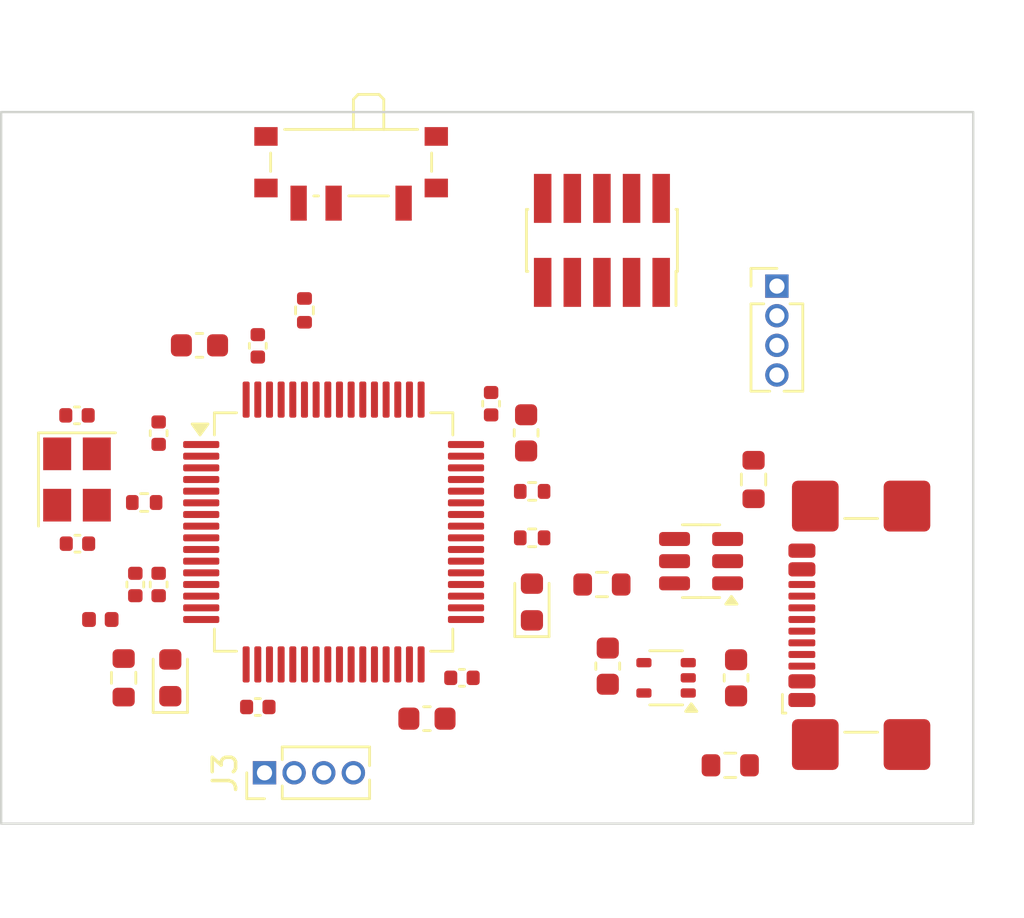
<source format=kicad_pcb>
(kicad_pcb (version 20240108) (generator "pcbnew") (generator_version "8.0")
  (layers (0 "F.Cu" signal) (1 "In1.Cu" signal) (2 "In2.Cu" signal) (31 "B.Cu" signal) (34 "B.Paste" user) (35 "F.Paste" user) (36 "B.SilkS" user "B.Silkscreen") (37 "F.SilkS" user "F.Silkscreen") (38 "B.Mask" user) (39 "F.Mask" user) (44 "Edge.Cuts" user))
  (net 0 "")
  (net 1 "GND")
  (net 2 "Net-(U1-VCAP_2)")
  (net 3 "Net-(U1-VCAP_1)")
  (net 4 "+3.3V")
  (net 5 "+3.3VA")
  (net 6 "HSE_IN")
  (net 7 "+5V")
  (net 8 "STATUS_LED")
  (net 9 "Net-(D1-K)")
  (net 10 "Net-(D2-A)")
  (net 11 "SWCLOCK")
  (net 12 "NSRT")
  (net 13 "SWO")
  (net 15 "SWDI")
  (net 17 "I2C_SCL")
  (net 18 "I2C_SDA")
  (net 19 "UART_TX")
  (net 20 "UART_RX")
  (net 22 "Net-(J4-D+-PadA6)")
  (net 23 "Net-(J4-D--PadA7)")
  (net 24 "cc2")
  (net 25 "cc1")
  (net 27 "Net-(SW1-B)")
  (net 28 "BOOTO")
  (net 29 "HSE_OUT")
  (net 36 "USB_D-")
  (net 42 "USB_D+")
  (net 72 "Net-(C10-Pad1)")
  (footprint "Resistor_SMD:R_0402_1005Metric" (layer "F.Cu") (at 137.25 67 -90)
    (property "Reference" "R1")
    (property "Value" "10k")
    (fp_line (start -0.153641 0.38) (end 0.153641 0.38) (stroke (width 0.12)) (layer "F.SilkS"))
    (fp_line (start -0.153641 -0.38) (end 0.153641 -0.38) (stroke (width 0.12)) (layer "F.SilkS"))
    (pad "1" smd roundrect (at -0.51 0 270) (size 0.54 0.64) (layers "F.Cu" "F.Paste" "F.Mask") (net 27 "Net-(SW1-B)"))
    (pad "2" smd roundrect (at 0.51 0 270) (size 0.54 0.64) (layers "F.Cu" "F.Paste" "F.Mask") (net 28 "BOOTO"))
  )
  (footprint "LED_SMD:LED_0603_1608Metric" (layer "F.Cu") (at 147 79.5 90)
    (property "Reference" "D2")
    (property "Value" "LED_Bleu_Power")
    (fp_line (start 0.8 -0.735) (end -1.485 -0.735) (stroke (width 0.12)) (layer "F.SilkS"))
    (fp_line (start -1.485 -0.735) (end -1.485 0.735) (stroke (width 0.12)) (layer "F.SilkS"))
    (fp_line (start -1.485 0.735) (end 0.8 0.735) (stroke (width 0.12)) (layer "F.SilkS"))
    (pad "1" smd roundrect (at -0.7875 0 90) (size 0.875 0.95) (layers "F.Cu" "F.Paste" "F.Mask") (net 1 "GND"))
    (pad "2" smd roundrect (at 0.7875 0 90) (size 0.875 0.95) (layers "F.Cu" "F.Paste" "F.Mask") (net 10 "Net-(D2-A)"))
  )
  (footprint "Capacitor_SMD:C_0603_1608Metric" (layer "F.Cu") (at 146.75 72.25 90)
    (property "Reference" "C1")
    (property "Value" "2u2")
    (fp_line (start -0.14058 -0.51) (end 0.14058 -0.51) (stroke (width 0.12)) (layer "F.SilkS"))
    (fp_line (start -0.14058 0.51) (end 0.14058 0.51) (stroke (width 0.12)) (layer "F.SilkS"))
    (pad "1" smd roundrect (at -0.775 0 90) (size 0.9 0.95) (layers "F.Cu" "F.Paste" "F.Mask") (net 2 "Net-(U1-VCAP_2)"))
    (pad "2" smd roundrect (at 0.775 0 90) (size 0.9 0.95) (layers "F.Cu" "F.Paste" "F.Mask") (net 1 "GND"))
  )
  (footprint "Crystal:Crystal_SMD_3225-4Pin_3.2x2.5mm" (layer "F.Cu") (at 127.5 74.25 -90)
    (property "Reference" "Y1")
    (property "Value" "16MH")
    (fp_line (start -2 1.65) (end 2 1.65) (stroke (width 0.12)) (layer "F.SilkS"))
    (fp_line (start -2 -1.65) (end -2 1.65) (stroke (width 0.12)) (layer "F.SilkS"))
    (pad "1" smd rect (at -1.1 0.85 270) (size 1.4 1.2) (layers "F.Cu" "F.Paste" "F.Mask") (net 6 "HSE_IN"))
    (pad "2" smd rect (at 1.1 0.85 270) (size 1.4 1.2) (layers "F.Cu" "F.Paste" "F.Mask") (net 1 "GND"))
    (pad "3" smd rect (at 1.1 -0.85 270) (size 1.4 1.2) (layers "F.Cu" "F.Paste" "F.Mask") (net 72 "Net-(C10-Pad1)"))
    (pad "4" smd rect (at -1.1 -0.85 270) (size 1.4 1.2) (layers "F.Cu" "F.Paste" "F.Mask") (net 1 "GND"))
  )
  (footprint "Resistor_SMD:R_0603_1608Metric" (layer "F.Cu") (at 129.5 82.75 90)
    (property "Reference" "R3")
    (property "Value" "1k5")
    (fp_line (start -0.237258 -0.5225) (end 0.237258 -0.5225) (stroke (width 0.12)) (layer "F.SilkS"))
    (fp_line (start -0.237258 0.5225) (end 0.237258 0.5225) (stroke (width 0.12)) (layer "F.SilkS"))
    (pad "1" smd roundrect (at -0.825 0 90) (size 0.8 0.95) (layers "F.Cu" "F.Paste" "F.Mask") (net 9 "Net-(D1-K)"))
    (pad "2" smd roundrect (at 0.825 0 90) (size 0.8 0.95) (layers "F.Cu" "F.Paste" "F.Mask") (net 1 "GND"))
  )
  (footprint "Capacitor_SMD:C_0402_1005Metric" (layer "F.Cu") (at 144 82.75)
    (property "Reference" "C6")
    (property "Value" "100n")
    (fp_line (start -0.107836 -0.36) (end 0.107836 -0.36) (stroke (width 0.12)) (layer "F.SilkS"))
    (fp_line (start -0.107836 0.36) (end 0.107836 0.36) (stroke (width 0.12)) (layer "F.SilkS"))
    (pad "1" smd roundrect (at -0.48 0) (size 0.56 0.62) (layers "F.Cu" "F.Paste" "F.Mask") (net 4 "+3.3V"))
    (pad "2" smd roundrect (at 0.48 0) (size 0.56 0.62) (layers "F.Cu" "F.Paste" "F.Mask") (net 1 "GND"))
  )
  (footprint "Resistor_SMD:R_0402_1005Metric" (layer "F.Cu") (at 147.01 76.75 180)
    (property "Reference" "R9")
    (property "Value" "2k2")
    (fp_line (start -0.153641 0.38) (end 0.153641 0.38) (stroke (width 0.12)) (layer "F.SilkS"))
    (fp_line (start -0.153641 -0.38) (end 0.153641 -0.38) (stroke (width 0.12)) (layer "F.SilkS"))
    (pad "1" smd roundrect (at -0.51 0 180) (size 0.54 0.64) (layers "F.Cu" "F.Paste" "F.Mask") (net 4 "+3.3V"))
    (pad "2" smd roundrect (at 0.51 0 180) (size 0.54 0.64) (layers "F.Cu" "F.Paste" "F.Mask") (net 17 "I2C_SCL"))
  )
  (footprint "Connector_USB:USB_C_Receptacle_GCT_USB4110" (layer "F.Cu") (at 162.25 80.5 90)
    (property "Reference" "J4")
    (property "Value" "USB_C_Receptacle_USB2.0_16P")
    (fp_line (start -2.96 -4.515) (end -3.76 -4.515) (stroke (width 0.12)) (layer "F.SilkS"))
    (fp_line (start -3.76 -4.515) (end -3.76 -4.365) (stroke (width 0.12)) (layer "F.SilkS"))
    (fp_line (start 4.58 -0.435) (end 4.58 -1.845) (stroke (width 0.12)) (layer "F.SilkS"))
    (fp_line (start -4.58 -0.435) (end -4.58 -1.845) (stroke (width 0.12)) (layer "F.SilkS"))
    (pad "" np_thru_hole circle (at -2.89 -2.605 90) (size 0.65 0.65) (drill 0.65) (layers "F&B.Cu" "*.Mask"))
    (pad "" np_thru_hole circle (at 2.89 -2.605 90) (size 0.65 0.65) (drill 0.65) (layers "F&B.Cu" "*.Mask"))
    (pad "A1" smd roundrect (at -3.2 -3.68 90) (size 0.6 1.15) (layers "F.Cu" "F.Paste" "F.Mask") (net 1 "GND"))
    (pad "A4" smd roundrect (at -2.4 -3.68 90) (size 0.6 1.15) (layers "F.Cu" "F.Paste" "F.Mask") (net 7 "+5V"))
    (pad "A5" smd roundrect (at -1.25 -3.68 90) (size 0.3 1.15) (layers "F.Cu" "F.Paste" "F.Mask") (net 25 "cc1"))
    (pad "A6" smd roundrect (at -0.25 -3.68 90) (size 0.3 1.15) (layers "F.Cu" "F.Paste" "F.Mask") (net 22 "Net-(J4-D+-PadA6)"))
    (pad "A7" smd roundrect (at 0.25 -3.68 90) (size 0.3 1.15) (layers "F.Cu" "F.Paste" "F.Mask") (net 23 "Net-(J4-D--PadA7)"))
    (pad "A8" smd roundrect (at 1.25 -3.68 90) (size 0.3 1.15) (layers "F.Cu" "F.Paste" "F.Mask"))
    (pad "A9" smd roundrect (at 2.4 -3.68 90) (size 0.6 1.15) (layers "F.Cu" "F.Paste" "F.Mask") (net 7 "+5V"))
    (pad "A12" smd roundrect (at 3.2 -3.68 90) (size 0.6 1.15) (layers "F.Cu" "F.Paste" "F.Mask") (net 1 "GND"))
    (pad "B1" smd roundrect (at 3.2 -3.68 90) (size 0.6 1.15) (layers "F.Cu" "F.Paste" "F.Mask") (net 1 "GND"))
    (pad "B4" smd roundrect (at 2.4 -3.68 90) (size 0.6 1.15) (layers "F.Cu" "F.Paste" "F.Mask") (net 7 "+5V"))
    (pad "B5" smd roundrect (at 1.75 -3.68 90) (size 0.3 1.15) (layers "F.Cu" "F.Paste" "F.Mask") (net 24 "cc2"))
    (pad "B6" smd roundrect (at 0.75 -3.68 90) (size 0.3 1.15) (layers "F.Cu" "F.Paste" "F.Mask") (net 22 "Net-(J4-D+-PadA6)"))
    (pad "B7" smd roundrect (at -0.75 -3.68 90) (size 0.3 1.15) (layers "F.Cu" "F.Paste" "F.Mask") (net 23 "Net-(J4-D--PadA7)"))
    (pad "B8" smd roundrect (at -1.75 -3.68 90) (size 0.3 1.15) (layers "F.Cu" "F.Paste" "F.Mask"))
    (pad "B9" smd roundrect (at -2.4 -3.68 90) (size 0.6 1.15) (layers "F.Cu" "F.Paste" "F.Mask") (net 7 "+5V"))
    (pad "B12" smd roundrect (at -3.2 -3.68 90) (size 0.6 1.15) (layers "F.Cu" "F.Paste" "F.Mask") (net 1 "GND"))
    (pad "S1" smd roundrect (at -5.11 -3.105 90) (size 2.18 2) (layers "F.Cu" "F.Paste" "F.Mask") (roundrect_rratio 0.125) (net 1 "GND"))
    (pad "S1" smd roundrect (at -5.11 0.825 90) (size 2.18 2) (layers "F.Cu" "F.Paste" "F.Mask") (roundrect_rratio 0.125) (net 1 "GND"))
    (pad "S1" smd roundrect (at 5.11 -3.105 90) (size 2.18 2) (layers "F.Cu" "F.Paste" "F.Mask") (roundrect_rratio 0.125) (net 1 "GND"))
    (pad "S1" smd roundrect (at 5.11 0.825 90) (size 2.18 2) (layers "F.Cu" "F.Paste" "F.Mask") (roundrect_rratio 0.125) (net 1 "GND"))
  )
  (footprint "Capacitor_SMD:C_0402_1005Metric" (layer "F.Cu") (at 135.25 68.52 -90)
    (property "Reference" "C14")
    (property "Value" "100n")
    (fp_line (start -0.107836 0.36) (end 0.107836 0.36) (stroke (width 0.12)) (layer "F.SilkS"))
    (fp_line (start -0.107836 -0.36) (end 0.107836 -0.36) (stroke (width 0.12)) (layer "F.SilkS"))
    (pad "1" smd roundrect (at -0.48 0 270) (size 0.56 0.62) (layers "F.Cu" "F.Paste" "F.Mask") (net 4 "+3.3V"))
    (pad "2" smd roundrect (at 0.48 0 270) (size 0.56 0.62) (layers "F.Cu" "F.Paste" "F.Mask") (net 1 "GND"))
  )
  (footprint "Capacitor_SMD:C_0603_1608Metric" (layer "F.Cu") (at 142.5 84.5)
    (property "Reference" "C2")
    (property "Value" "2u2")
    (fp_line (start -0.14058 -0.51) (end 0.14058 -0.51) (stroke (width 0.12)) (layer "F.SilkS"))
    (fp_line (start -0.14058 0.51) (end 0.14058 0.51) (stroke (width 0.12)) (layer "F.SilkS"))
    (pad "1" smd roundrect (at -0.775 0) (size 0.9 0.95) (layers "F.Cu" "F.Paste" "F.Mask") (net 3 "Net-(U1-VCAP_1)"))
    (pad "2" smd roundrect (at 0.775 0) (size 0.9 0.95) (layers "F.Cu" "F.Paste" "F.Mask") (net 1 "GND"))
  )
  (footprint "Connector_PinSocket_1.27mm:PinSocket_2x05_P1.27mm_Vertical_SMD" (layer "F.Cu") (at 150 64 -90)
    (property "Reference" "J1")
    (property "Value" "Serial_Debug_Conn")
    (fp_line (start -1.33 3.235) (end 1.33 3.235) (stroke (width 0.12)) (layer "F.SilkS"))
    (fp_line (start -1.33 3.175) (end -1.33 3.235) (stroke (width 0.12)) (layer "F.SilkS"))
    (fp_line (start 1.33 3.175) (end 1.33 3.235) (stroke (width 0.12)) (layer "F.SilkS"))
    (fp_line (start 1.33 -3.175) (end 2.79 -3.175) (stroke (width 0.12)) (layer "F.SilkS"))
    (fp_line (start -1.33 -3.235) (end -1.33 -3.175) (stroke (width 0.12)) (layer "F.SilkS"))
    (fp_line (start -1.33 -3.235) (end 1.33 -3.235) (stroke (width 0.12)) (layer "F.SilkS"))
    (fp_line (start 1.33 -3.235) (end 1.33 -3.175) (stroke (width 0.12)) (layer "F.SilkS"))
    (pad "1" smd rect (at 1.8 -2.54 270) (size 2.1 0.75) (layers "F.Cu" "F.Paste" "F.Mask") (net 4 "+3.3V"))
    (pad "2" smd rect (at -1.8 -2.54 270) (size 2.1 0.75) (layers "F.Cu" "F.Paste" "F.Mask") (net 15 "SWDI"))
    (pad "3" smd rect (at 1.8 -1.27 270) (size 2.1 0.75) (layers "F.Cu" "F.Paste" "F.Mask") (net 1 "GND"))
    (pad "4" smd rect (at -1.8 -1.27 270) (size 2.1 0.75) (layers "F.Cu" "F.Paste" "F.Mask") (net 11 "SWCLOCK"))
    (pad "5" smd rect (at 1.8 0 270) (size 2.1 0.75) (layers "F.Cu" "F.Paste" "F.Mask") (net 1 "GND"))
    (pad "6" smd rect (at -1.8 0 270) (size 2.1 0.75) (layers "F.Cu" "F.Paste" "F.Mask") (net 13 "SWO"))
    (pad "7" smd rect (at 1.8 1.27 270) (size 2.1 0.75) (layers "F.Cu" "F.Paste" "F.Mask"))
    (pad "8" smd rect (at -1.8 1.27 270) (size 2.1 0.75) (layers "F.Cu" "F.Paste" "F.Mask"))
    (pad "9" smd rect (at 1.8 2.54 270) (size 2.1 0.75) (layers "F.Cu" "F.Paste" "F.Mask") (net 1 "GND"))
    (pad "10" smd rect (at -1.8 2.54 270) (size 2.1 0.75) (layers "F.Cu" "F.Paste" "F.Mask") (net 12 "NSRT"))
  )
  (footprint "Connector_PinHeader_1.27mm:PinHeader_1x04_P1.27mm_Vertical" (layer "F.Cu") (at 157.5 65.96)
    (property "Reference" "J2")
    (property "Value" "Conn_01x04_Pin")
    (fp_line (start -1.11 -0.76) (end 0 -0.76) (stroke (width 0.12)) (layer "F.SilkS"))
    (fp_line (start -1.11 0) (end -1.11 -0.76) (stroke (width 0.12)) (layer "F.SilkS"))
    (fp_line (start -1.11 0.76) (end -1.11 4.505) (stroke (width 0.12)) (layer "F.SilkS"))
    (fp_line (start -1.11 0.76) (end -0.563471 0.76) (stroke (width 0.12)) (layer "F.SilkS"))
    (fp_line (start -1.11 4.505) (end -0.30753 4.505) (stroke (width 0.12)) (layer "F.SilkS"))
    (fp_line (start 0.30753 4.505) (end 1.11 4.505) (stroke (width 0.12)) (layer "F.SilkS"))
    (fp_line (start 0.563471 0.76) (end 1.11 0.76) (stroke (width 0.12)) (layer "F.SilkS"))
    (fp_line (start 1.11 0.76) (end 1.11 4.505) (stroke (width 0.12)) (layer "F.SilkS"))
    (pad "1" thru_hole rect (at 0 0) (size 1 1) (drill 0.65) (layers "*.Cu" "*.Mask") (net 1 "GND"))
    (pad "2" thru_hole oval (at 0 1.27) (size 1 1) (drill 0.65) (layers "*.Cu" "*.Mask") (net 18 "I2C_SDA"))
    (pad "3" thru_hole oval (at 0 2.54) (size 1 1) (drill 0.65) (layers "*.Cu" "*.Mask") (net 17 "I2C_SCL"))
    (pad "4" thru_hole oval (at 0 3.81) (size 1 1) (drill 0.65) (layers "*.Cu" "*.Mask") (net 4 "+3.3V"))
  )
  (footprint "Connector_PinHeader_1.27mm:PinHeader_1x04_P1.27mm_Vertical" (layer "F.Cu") (at 135.537456 86.820457 90)
    (property "Reference" "J3" (at 0 -1.695 90) (layer "F.SilkS"))
    (property "Value" "Conn_01x04_Pin")
    (fp_line (start -1.11 -0.76) (end 0 -0.76) (stroke (width 0.12)) (layer "F.SilkS"))
    (fp_line (start -1.11 0) (end -1.11 -0.76) (stroke (width 0.12)) (layer "F.SilkS"))
    (fp_line (start 1.11 0.76) (end 1.11 4.505) (stroke (width 0.12)) (layer "F.SilkS"))
    (fp_line (start 0.563471 0.76) (end 1.11 0.76) (stroke (width 0.12)) (layer "F.SilkS"))
    (fp_line (start -1.11 0.76) (end -0.563471 0.76) (stroke (width 0.12)) (layer "F.SilkS"))
    (fp_line (start -1.11 0.76) (end -1.11 4.505) (stroke (width 0.12)) (layer "F.SilkS"))
    (fp_line (start 0.30753 4.505) (end 1.11 4.505) (stroke (width 0.12)) (layer "F.SilkS"))
    (fp_line (start -1.11 4.505) (end -0.30753 4.505) (stroke (width 0.12)) (layer "F.SilkS"))
    (pad "1" thru_hole rect (at 0 0 90) (size 1 1) (drill 0.65) (layers "*.Cu" "*.Mask") (net 1 "GND"))
    (pad "2" thru_hole oval (at 0 1.27 90) (size 1 1) (drill 0.65) (layers "*.Cu" "*.Mask") (net 19 "UART_TX"))
    (pad "3" thru_hole oval (at 0 2.54 90) (size 1 1) (drill 0.65) (layers "*.Cu" "*.Mask") (net 20 "UART_RX"))
    (pad "4" thru_hole oval (at 0 3.81 90) (size 1 1) (drill 0.65) (layers "*.Cu" "*.Mask") (net 4 "+3.3V"))
  )
  (footprint "Capacitor_SMD:C_0402_1005Metric" (layer "F.Cu") (at 131 78.75 90)
    (property "Reference" "C9")
    (property "Value" "10n")
    (fp_line (start -0.107836 -0.36) (end 0.107836 -0.36) (stroke (width 0.12)) (layer "F.SilkS"))
    (fp_line (start -0.107836 0.36) (end 0.107836 0.36) (stroke (width 0.12)) (layer "F.SilkS"))
    (pad "1" smd roundrect (at -0.48 0 90) (size 0.56 0.62) (layers "F.Cu" "F.Paste" "F.Mask") (net 5 "+3.3VA"))
    (pad "2" smd roundrect (at 0.48 0 90) (size 0.56 0.62) (layers "F.Cu" "F.Paste" "F.Mask") (net 1 "GND"))
  )
  (footprint "Capacitor_SMD:C_0402_1005Metric" (layer "F.Cu") (at 145.25 71 90)
    (property "Reference" "C7")
    (property "Value" "100n")
    (fp_line (start -0.107836 -0.36) (end 0.107836 -0.36) (stroke (width 0.12)) (layer "F.SilkS"))
    (fp_line (start -0.107836 0.36) (end 0.107836 0.36) (stroke (width 0.12)) (layer "F.SilkS"))
    (pad "1" smd roundrect (at -0.48 0 90) (size 0.56 0.62) (layers "F.Cu" "F.Paste" "F.Mask") (net 4 "+3.3V"))
    (pad "2" smd roundrect (at 0.48 0 90) (size 0.56 0.62) (layers "F.Cu" "F.Paste" "F.Mask") (net 1 "GND"))
  )
  (footprint "Package_QFP:LQFP-64_10x10mm_P0.5mm" (layer "F.Cu") (at 138.5 76.5)
    (property "Reference" "U1")
    (property "Value" "STM32F405RGT6")
    (fp_line (start -5.11 -5.11) (end -5.11 -4.16) (stroke (width 0.12)) (layer "F.SilkS"))
    (fp_line (start -5.11 5.11) (end -5.11 4.16) (stroke (width 0.12)) (layer "F.SilkS"))
    (fp_line (start -4.16 -5.11) (end -5.11 -5.11) (stroke (width 0.12)) (layer "F.SilkS"))
    (fp_line (start -4.16 5.11) (end -5.11 5.11) (stroke (width 0.12)) (layer "F.SilkS"))
    (fp_line (start 4.16 -5.11) (end 5.11 -5.11) (stroke (width 0.12)) (layer "F.SilkS"))
    (fp_line (start 4.16 5.11) (end 5.11 5.11) (stroke (width 0.12)) (layer "F.SilkS"))
    (fp_line (start 5.11 -5.11) (end 5.11 -4.16) (stroke (width 0.12)) (layer "F.SilkS"))
    (fp_line (start 5.11 5.11) (end 5.11 4.16) (stroke (width 0.12)) (layer "F.SilkS"))
    (fp_poly (pts (xy -5.725 -4.16) (xy -6.065 -4.63) (xy -5.385 -4.63) (xy -5.725 -4.16)) (stroke (width 0.12)) (fill solid) (layer "F.SilkS"))
    (pad "1" smd roundrect (at -5.675 -3.75) (size 1.55 0.3) (layers "F.Cu" "F.Paste" "F.Mask") (net 4 "+3.3V"))
    (pad "2" smd roundrect (at -5.675 -3.25) (size 1.55 0.3) (layers "F.Cu" "F.Paste" "F.Mask"))
    (pad "3" smd roundrect (at -5.675 -2.75) (size 1.55 0.3) (layers "F.Cu" "F.Paste" "F.Mask"))
    (pad "4" smd roundrect (at -5.675 -2.25) (size 1.55 0.3) (layers "F.Cu" "F.Paste" "F.Mask"))
    (pad "5" smd roundrect (at -5.675 -1.75) (size 1.55 0.3) (layers "F.Cu" "F.Paste" "F.Mask") (net 6 "HSE_IN"))
    (pad "6" smd roundrect (at -5.675 -1.25) (size 1.55 0.3) (layers "F.Cu" "F.Paste" "F.Mask") (net 29 "HSE_OUT"))
    (pad "7" smd roundrect (at -5.675 -0.75) (size 1.55 0.3) (layers "F.Cu" "F.Paste" "F.Mask") (net 12 "NSRT"))
    (pad "8" smd roundrect (at -5.675 -0.25) (size 1.55 0.3) (layers "F.Cu" "F.Paste" "F.Mask"))
    (pad "9" smd roundrect (at -5.675 0.25) (size 1.55 0.3) (layers "F.Cu" "F.Paste" "F.Mask"))
    (pad "10" smd roundrect (at -5.675 0.75) (size 1.55 0.3) (layers "F.Cu" "F.Paste" "F.Mask"))
    (pad "11" smd roundrect (at -5.675 1.25) (size 1.55 0.3) (layers "F.Cu" "F.Paste" "F.Mask"))
    (pad "12" smd roundrect (at -5.675 1.75) (size 1.55 0.3) (layers "F.Cu" "F.Paste" "F.Mask") (net 1 "GND"))
    (pad "13" smd roundrect (at -5.675 2.25) (size 1.55 0.3) (layers "F.Cu" "F.Paste" "F.Mask") (net 5 "+3.3VA"))
    (pad "14" smd roundrect (at -5.675 2.75) (size 1.55 0.3) (layers "F.Cu" "F.Paste" "F.Mask"))
    (pad "15" smd roundrect (at -5.675 3.25) (size 1.55 0.3) (layers "F.Cu" "F.Paste" "F.Mask"))
    (pad "16" smd roundrect (at -5.675 3.75) (size 1.55 0.3) (layers "F.Cu" "F.Paste" "F.Mask") (net 8 "STATUS_LED"))
    (pad "17" smd roundrect (at -3.75 5.675) (size 0.3 1.55) (layers "F.Cu" "F.Paste" "F.Mask"))
    (pad "18" smd roundrect (at -3.25 5.675) (size 0.3 1.55) (layers "F.Cu" "F.Paste" "F.Mask") (net 1 "GND"))
    (pad "19" smd roundrect (at -2.75 5.675) (size 0.3 1.55) (layers "F.Cu" "F.Paste" "F.Mask") (net 4 "+3.3V"))
    (pad "20" smd roundrect (at -2.25 5.675) (size 0.3 1.55) (layers "F.Cu" "F.Paste" "F.Mask"))
    (pad "21" smd roundrect (at -1.75 5.675) (size 0.3 1.55) (layers "F.Cu" "F.Paste" "F.Mask"))
    (pad "22" smd roundrect (at -1.25 5.675) (size 0.3 1.55) (layers "F.Cu" "F.Paste" "F.Mask"))
    (pad "23" smd roundrect (at -0.75 5.675) (size 0.3 1.55) (layers "F.Cu" "F.Paste" "F.Mask"))
    (pad "24" smd roundrect (at -0.25 5.675) (size 0.3 1.55) (layers "F.Cu" "F.Paste" "F.Mask"))
    (pad "25" smd roundrect (at 0.25 5.675) (size 0.3 1.55) (layers "F.Cu" "F.Paste" "F.Mask"))
    (pad "26" smd roundrect (at 0.75 5.675) (size 0.3 1.55) (layers "F.Cu" "F.Paste" "F.Mask"))
    (pad "27" smd roundrect (at 1.25 5.675) (size 0.3 1.55) (layers "F.Cu" "F.Paste" "F.Mask"))
    (pad "28" smd roundrect (at 1.75 5.675) (size 0.3 1.55) (layers "F.Cu" "F.Paste" "F.Mask"))
    (pad "29" smd roundrect (at 2.25 5.675) (size 0.3 1.55) (layers "F.Cu" "F.Paste" "F.Mask") (net 19 "UART_TX"))
    (pad "30" smd roundrect (at 2.75 5.675) (size 0.3 1.55) (layers "F.Cu" "F.Paste" "F.Mask") (net 20 "UART_RX"))
    (pad "31" smd roundrect (at 3.25 5.675) (size 0.3 1.55) (layers "F.Cu" "F.Paste" "F.Mask") (net 3 "Net-(U1-VCAP_1)"))
    (pad "32" smd roundrect (at 3.75 5.675) (size 0.3 1.55) (layers "F.Cu" "F.Paste" "F.Mask") (net 4 "+3.3V"))
    (pad "33" smd roundrect (at 5.675 3.75) (size 1.55 0.3) (layers "F.Cu" "F.Paste" "F.Mask"))
    (pad "34" smd roundrect (at 5.675 3.25) (size 1.55 0.3) (layers "F.Cu" "F.Paste" "F.Mask"))
    (pad "35" smd roundrect (at 5.675 2.75) (size 1.55 0.3) (layers "F.Cu" "F.Paste" "F.Mask"))
    (pad "36" smd roundrect (at 5.675 2.25) (size 1.55 0.3) (layers "F.Cu" "F.Paste" "F.Mask"))
    (pad "37" smd roundrect (at 5.675 1.75) (size 1.55 0.3) (layers "F.Cu" "F.Paste" "F.Mask"))
    (pad "38" smd roundrect (at 5.675 1.25) (size 1.55 0.3) (layers "F.Cu" "F.Paste" "F.Mask"))
    (pad "39" smd roundrect (at 5.675 0.75) (size 1.55 0.3) (layers "F.Cu" "F.Paste" "F.Mask"))
    (pad "40" smd roundrect (at 5.675 0.25) (size 1.55 0.3) (layers "F.Cu" "F.Paste" "F.Mask"))
    (pad "41" smd roundrect (at 5.675 -0.25) (size 1.55 0.3) (layers "F.Cu" "F.Paste" "F.Mask") (net 17 "I2C_SCL"))
    (pad "42" smd roundrect (at 5.675 -0.75) (size 1.55 0.3) (layers "F.Cu" "F.Paste" "F.Mask") (net 18 "I2C_SDA"))
    (pad "43" smd roundrect (at 5.675 -1.25) (size 1.55 0.3) (layers "F.Cu" "F.Paste" "F.Mask"))
    (pad "44" smd roundrect (at 5.675 -1.75) (size 1.55 0.3) (layers "F.Cu" "F.Paste" "F.Mask") (net 36 "USB_D-"))
    (pad "45" smd roundrect (at 5.675 -2.25) (size 1.55 0.3) (layers "F.Cu" "F.Paste" "F.Mask") (net 42 "USB_D+"))
    (pad "46" smd roundrect (at 5.675 -2.75) (size 1.55 0.3) (layers "F.Cu" "F.Paste" "F.Mask") (net 15 "SWDI"))
    (pad "47" smd roundrect (at 5.675 -3.25) (size 1.55 0.3) (layers "F.Cu" "F.Paste" "F.Mask") (net 2 "Net-(U1-VCAP_2)"))
    (pad "48" smd roundrect (at 5.675 -3.75) (size 1.55 0.3) (layers "F.Cu" "F.Paste" "F.Mask") (net 4 "+3.3V"))
    (pad "49" smd roundrect (at 3.75 -5.675) (size 0.3 1.55) (layers "F.Cu" "F.Paste" "F.Mask") (net 11 "SWCLOCK"))
    (pad "50" smd roundrect (at 3.25 -5.675) (size 0.3 1.55) (layers "F.Cu" "F.Paste" "F.Mask"))
    (pad "51" smd roundrect (at 2.75 -5.675) (size 0.3 1.55) (layers "F.Cu" "F.Paste" "F.Mask"))
    (pad "52" smd roundrect (at 2.25 -5.675) (size 0.3 1.55) (layers "F.Cu" "F.Paste" "F.Mask"))
    (pad "53" smd roundrect (at 1.75 -5.675) (size 0.3 1.55) (layers "F.Cu" "F.Paste" "F.Mask"))
    (pad "54" smd roundrect (at 1.25 -5.675) (size 0.3 1.55) (layers "F.Cu" "F.Paste" "F.Mask"))
    (pad "55" smd roundrect (at 0.75 -5.675) (size 0.3 1.55) (layers "F.Cu" "F.Paste" "F.Mask") (net 13 "SWO"))
    (pad "56" smd roundrect (at 0.25 -5.675) (size 0.3 1.55) (layers "F.Cu" "F.Paste" "F.Mask"))
    (pad "57" smd roundrect (at -0.25 -5.675) (size 0.3 1.55) (layers "F.Cu" "F.Paste" "F.Mask"))
    (pad "58" smd roundrect (at -0.75 -5.675) (size 0.3 1.55) (layers "F.Cu" "F.Paste" "F.Mask"))
    (pad "59" smd roundrect (at -1.25 -5.675) (size 0.3 1.55) (layers "F.Cu" "F.Paste" "F.Mask"))
    (pad "60" smd roundrect (at -1.75 -5.675) (size 0.3 1.55) (layers "F.Cu" "F.Paste" "F.Mask") (net 28 "BOOTO"))
    (pad "61" smd roundrect (at -2.25 -5.675) (size 0.3 1.55) (layers "F.Cu" "F.Paste" "F.Mask"))
    (pad "62" smd roundrect (at -2.75 -5.675) (size 0.3 1.55) (layers "F.Cu" "F.Paste" "F.Mask"))
    (pad "63" smd roundrect (at -3.25 -5.675) (size 0.3 1.55) (layers "F.Cu" "F.Paste" "F.Mask") (net 1 "GND"))
    (pad "64" smd roundrect (at -3.75 -5.675) (size 0.3 1.55) (layers "F.Cu" "F.Paste" "F.Mask") (net 4 "+3.3V"))
  )
  (footprint "Capacitor_SMD:C_0402_1005Metric" (layer "F.Cu") (at 135.25 84 180)
    (property "Reference" "C5")
    (property "Value" "100n")
    (fp_line (start -0.107836 0.36) (end 0.107836 0.36) (stroke (width 0.12)) (layer "F.SilkS"))
    (fp_line (start -0.107836 -0.36) (end 0.107836 -0.36) (stroke (width 0.12)) (layer "F.SilkS"))
    (pad "1" smd roundrect (at -0.48 0 180) (size 0.56 0.62) (layers "F.Cu" "F.Paste" "F.Mask") (net 4 "+3.3V"))
    (pad "2" smd roundrect (at 0.48 0 180) (size 0.56 0.62) (layers "F.Cu" "F.Paste" "F.Mask") (net 1 "GND"))
  )
  (footprint "Resistor_SMD:R_0603_1608Metric" (layer "F.Cu") (at 150 78.75 180)
    (property "Reference" "R4")
    (property "Value" "1k5")
    (fp_line (start -0.237258 0.5225) (end 0.237258 0.5225) (stroke (width 0.12)) (layer "F.SilkS"))
    (fp_line (start -0.237258 -0.5225) (end 0.237258 -0.5225) (stroke (width 0.12)) (layer "F.SilkS"))
    (pad "1" smd roundrect (at -0.825 0 180) (size 0.8 0.95) (layers "F.Cu" "F.Paste" "F.Mask") (net 4 "+3.3V"))
    (pad "2" smd roundrect (at 0.825 0 180) (size 0.8 0.95) (layers "F.Cu" "F.Paste" "F.Mask") (net 10 "Net-(D2-A)"))
  )
  (footprint "Capacitor_SMD:C_0603_1608Metric" (layer "F.Cu") (at 132.75 68.5 180)
    (property "Reference" "C3")
    (property "Value" "4u7")
    (fp_line (start -0.14058 0.51) (end 0.14058 0.51) (stroke (width 0.12)) (layer "F.SilkS"))
    (fp_line (start -0.14058 -0.51) (end 0.14058 -0.51) (stroke (width 0.12)) (layer "F.SilkS"))
    (pad "1" smd roundrect (at -0.775 0 180) (size 0.9 0.95) (layers "F.Cu" "F.Paste" "F.Mask") (net 4 "+3.3V"))
    (pad "2" smd roundrect (at 0.775 0 180) (size 0.9 0.95) (layers "F.Cu" "F.Paste" "F.Mask") (net 1 "GND"))
  )
  (footprint "Inductor_SMD:L_0402_1005Metric" (layer "F.Cu") (at 128.5 80.25)
    (property "Reference" "L2")
    (property "Value" "L_Small")
    (pad "1" smd roundrect (at -0.485 0) (size 0.59 0.64) (layers "F.Cu" "F.Paste" "F.Mask") (net 4 "+3.3V"))
    (pad "2" smd roundrect (at 0.485 0) (size 0.59 0.64) (layers "F.Cu" "F.Paste" "F.Mask") (net 5 "+3.3VA"))
  )
  (footprint "Capacitor_SMD:C_0402_1005Metric" (layer "F.Cu") (at 127.5 71.5)
    (property "Reference" "C11")
    (property "Value" "12p")
    (fp_line (start -0.107836 -0.36) (end 0.107836 -0.36) (stroke (width 0.12)) (layer "F.SilkS"))
    (fp_line (start -0.107836 0.36) (end 0.107836 0.36) (stroke (width 0.12)) (layer "F.SilkS"))
    (pad "1" smd roundrect (at -0.48 0) (size 0.56 0.62) (layers "F.Cu" "F.Paste" "F.Mask") (net 6 "HSE_IN"))
    (pad "2" smd roundrect (at 0.48 0) (size 0.56 0.62) (layers "F.Cu" "F.Paste" "F.Mask") (net 1 "GND"))
  )
  (footprint "Package_TO_SOT_SMD:SOT-353_SC-70-5" (layer "F.Cu") (at 152.75 82.75 180)
    (property "Reference" "U2")
    (property "Value" "MIC5366-3.3YC5")
    (fp_line (start -0.7 1.16) (end 0.7 1.16) (stroke (width 0.12)) (layer "F.SilkS"))
    (fp_line (start -0.71 -1.16) (end 0.7 -1.16) (stroke (width 0.12)) (layer "F.SilkS"))
    (fp_poly (pts (xy -1.08 -1.11) (xy -1.32 -1.44) (xy -0.84 -1.44) (xy -1.08 -1.11)) (stroke (width 0.12)) (fill solid) (layer "F.SilkS"))
    (pad "1" smd roundrect (at -0.95 -0.65 180) (size 0.65 0.4) (layers "F.Cu" "F.Paste" "F.Mask") (net 7 "+5V"))
    (pad "2" smd roundrect (at -0.95 0 180) (size 0.65 0.4) (layers "F.Cu" "F.Paste" "F.Mask") (net 1 "GND"))
    (pad "3" smd roundrect (at -0.95 0.65 180) (size 0.65 0.4) (layers "F.Cu" "F.Paste" "F.Mask") (net 7 "+5V"))
    (pad "4" smd roundrect (at 0.95 0.65 180) (size 0.65 0.4) (layers "F.Cu" "F.Paste" "F.Mask"))
    (pad "5" smd roundrect (at 0.95 -0.65 180) (size 0.65 0.4) (layers "F.Cu" "F.Paste" "F.Mask") (net 4 "+3.3V"))
  )
  (footprint "Resistor_SMD:R_0603_1608Metric" (layer "F.Cu") (at 156.5 74.25 90)
    (property "Reference" "R13")
    (property "Value" "5k1")
    (fp_line (start -0.237258 -0.5225) (end 0.237258 -0.5225) (stroke (width 0.12)) (layer "F.SilkS"))
    (fp_line (start -0.237258 0.5225) (end 0.237258 0.5225) (stroke (width 0.12)) (layer "F.SilkS"))
    (pad "1" smd roundrect (at -0.825 0 90) (size 0.8 0.95) (layers "F.Cu" "F.Paste" "F.Mask") (net 24 "cc2"))
    (pad "2" smd roundrect (at 0.825 0 90) (size 0.8 0.95) (layers "F.Cu" "F.Paste" "F.Mask") (net 1 "GND"))
  )
  (footprint "LED_SMD:LED_0603_1608Metric" (layer "F.Cu") (at 131.5 82.75 90)
    (property "Reference" "D1")
    (property "Value" "LED_green")
    (fp_line (start 0.8 -0.735) (end -1.485 -0.735) (stroke (width 0.12)) (layer "F.SilkS"))
    (fp_line (start -1.485 -0.735) (end -1.485 0.735) (stroke (width 0.12)) (layer "F.SilkS"))
    (fp_line (start -1.485 0.735) (end 0.8 0.735) (stroke (width 0.12)) (layer "F.SilkS"))
    (pad "1" smd roundrect (at -0.7875 0 90) (size 0.875 0.95) (layers "F.Cu" "F.Paste" "F.Mask") (net 9 "Net-(D1-K)"))
    (pad "2" smd roundrect (at 0.7875 0 90) (size 0.875 0.95) (layers "F.Cu" "F.Paste" "F.Mask") (net 8 "STATUS_LED"))
  )
  (footprint "Capacitor_SMD:C_0402_1005Metric" (layer "F.Cu") (at 127.52 77 180)
    (property "Reference" "C10")
    (property "Value" "12p")
    (fp_line (start -0.107836 0.36) (end 0.107836 0.36) (stroke (width 0.12)) (layer "F.SilkS"))
    (fp_line (start -0.107836 -0.36) (end 0.107836 -0.36) (stroke (width 0.12)) (layer "F.SilkS"))
    (pad "1" smd roundrect (at -0.48 0 180) (size 0.56 0.62) (layers "F.Cu" "F.Paste" "F.Mask") (net 72 "Net-(C10-Pad1)"))
    (pad "2" smd roundrect (at 0.48 0 180) (size 0.56 0.62) (layers "F.Cu" "F.Paste" "F.Mask") (net 1 "GND"))
  )
  (footprint "Capacitor_SMD:C_0603_1608Metric" (layer "F.Cu") (at 155.75 82.75 -90)
    (property "Reference" "C12")
    (property "Value" "4u7")
    (fp_line (start -0.14058 0.51) (end 0.14058 0.51) (stroke (width 0.12)) (layer "F.SilkS"))
    (fp_line (start -0.14058 -0.51) (end 0.14058 -0.51) (stroke (width 0.12)) (layer "F.SilkS"))
    (pad "1" smd roundrect (at -0.775 0 270) (size 0.9 0.95) (layers "F.Cu" "F.Paste" "F.Mask") (net 7 "+5V"))
    (pad "2" smd roundrect (at 0.775 0 270) (size 0.9 0.95) (layers "F.Cu" "F.Paste" "F.Mask") (net 1 "GND"))
  )
  (footprint "Capacitor_SMD:C_0603_1608Metric" (layer "F.Cu") (at 150.25 82.25 90)
    (property "Reference" "C13")
    (property "Value" "4u7")
    (fp_line (start -0.14058 -0.51) (end 0.14058 -0.51) (stroke (width 0.12)) (layer "F.SilkS"))
    (fp_line (start -0.14058 0.51) (end 0.14058 0.51) (stroke (width 0.12)) (layer "F.SilkS"))
    (pad "1" smd roundrect (at -0.775 0 90) (size 0.9 0.95) (layers "F.Cu" "F.Paste" "F.Mask") (net 4 "+3.3V"))
    (pad "2" smd roundrect (at 0.775 0 90) (size 0.9 0.95) (layers "F.Cu" "F.Paste" "F.Mask") (net 1 "GND"))
  )
  (footprint "Resistor_SMD:R_0402_1005Metric" (layer "F.Cu") (at 130.381003 75.235547 180)
    (property "Reference" "R2")
    (property "Value" "47")
    (fp_line (start -0.153641 0.38) (end 0.153641 0.38) (stroke (width 0.12)) (layer "F.SilkS"))
    (fp_line (start -0.153641 -0.38) (end 0.153641 -0.38) (stroke (width 0.12)) (layer "F.SilkS"))
    (pad "1" smd roundrect (at -0.51 0 180) (size 0.54 0.64) (layers "F.Cu" "F.Paste" "F.Mask") (net 29 "HSE_OUT"))
    (pad "2" smd roundrect (at 0.51 0 180) (size 0.54 0.64) (layers "F.Cu" "F.Paste" "F.Mask") (net 72 "Net-(C10-Pad1)"))
  )
  (footprint "Capacitor_SMD:C_0402_1005Metric" (layer "F.Cu") (at 130 78.75 90)
    (property "Reference" "C8")
    (property "Value" "1u")
    (fp_line (start -0.107836 -0.36) (end 0.107836 -0.36) (stroke (width 0.12)) (layer "F.SilkS"))
    (fp_line (start -0.107836 0.36) (end 0.107836 0.36) (stroke (width 0.12)) (layer "F.SilkS"))
    (pad "1" smd roundrect (at -0.48 0 90) (size 0.56 0.62) (layers "F.Cu" "F.Paste" "F.Mask") (net 5 "+3.3VA"))
    (pad "2" smd roundrect (at 0.48 0 90) (size 0.56 0.62) (layers "F.Cu" "F.Paste" "F.Mask") (net 1 "GND"))
  )
  (footprint "Button_Switch_SMD:SW_SPDT_PCM12" (layer "F.Cu") (at 139.25 60.975 180)
    (property "Reference" "SW1")
    (property "Value" "SW_SPDT")
    (fp_line (start 3.45 0.72) (end 3.45 -0.07) (stroke (width 0.12)) (layer "F.SilkS"))
    (fp_line (start 1.4 -1.12) (end 1.6 -1.12) (stroke (width 0.12)) (layer "F.SilkS"))
    (fp_line (start -0.1 3.02) (end -0.1 1.73) (stroke (width 0.12)) (layer "F.SilkS"))
    (fp_line (start -0.1 3.02) (end -0.3 3.23) (stroke (width 0.12)) (layer "F.SilkS"))
    (fp_line (start -1.2 3.23) (end -0.3 3.23) (stroke (width 0.12)) (layer "F.SilkS"))
    (fp_line (start -1.4 3.02) (end -1.2 3.23) (stroke (width 0.12)) (layer "F.SilkS"))
    (fp_line (start -1.4 1.73) (end -1.4 3.02) (stroke (width 0.12)) (layer "F.SilkS"))
    (fp_line (start -1.6 -1.12) (end 0.1 -1.12) (stroke (width 0.12)) (layer "F.SilkS"))
    (fp_line (start -2.85 1.73) (end 2.85 1.73) (stroke (width 0.12)) (layer "F.SilkS"))
    (fp_line (start -3.45 -0.07) (end -3.45 0.72) (stroke (width 0.12)) (layer "F.SilkS"))
    (pad "" smd rect (at -3.65 -0.78 180) (size 1 0.8) (layers "F.Cu" "F.Paste" "F.Mask"))
    (pad "" smd rect (at -3.65 1.43 180) (size 1 0.8) (layers "F.Cu" "F.Paste" "F.Mask"))
    (pad "" np_thru_hole circle (at -1.5 0.33 180) (size 0.9 0.9) (drill 0.9) (layers "*.Cu" "*.Mask"))
    (pad "" np_thru_hole circle (at 1.5 0.33 180) (size 0.9 0.9) (drill 0.9) (layers "*.Cu" "*.Mask"))
    (pad "" smd rect (at 3.65 -0.78 180) (size 1 0.8) (layers "F.Cu" "F.Paste" "F.Mask"))
    (pad "" smd rect (at 3.65 1.43 180) (size 1 0.8) (layers "F.Cu" "F.Paste" "F.Mask"))
    (pad "1" smd rect (at -2.25 -1.43 180) (size 0.7 1.5) (layers "F.Cu" "F.Paste" "F.Mask") (net 4 "+3.3V"))
    (pad "2" smd rect (at 0.75 -1.43 180) (size 0.7 1.5) (layers "F.Cu" "F.Paste" "F.Mask") (net 27 "Net-(SW1-B)"))
    (pad "3" smd rect (at 2.25 -1.43 180) (size 0.7 1.5) (layers "F.Cu" "F.Paste" "F.Mask") (net 1 "GND"))
  )
  (footprint "Capacitor_SMD:C_0402_1005Metric" (layer "F.Cu") (at 131 72.262636 90)
    (property "Reference" "C4")
    (property "Value" "100n")
    (fp_line (start -0.107836 -0.36) (end 0.107836 -0.36) (stroke (width 0.12)) (layer "F.SilkS"))
    (fp_line (start -0.107836 0.36) (end 0.107836 0.36) (stroke (width 0.12)) (layer "F.SilkS"))
    (pad "1" smd roundrect (at -0.48 0 90) (size 0.56 0.62) (layers "F.Cu" "F.Paste" "F.Mask") (net 4 "+3.3V"))
    (pad "2" smd roundrect (at 0.48 0 90) (size 0.56 0.62) (layers "F.Cu" "F.Paste" "F.Mask") (net 1 "GND"))
  )
  (footprint "Package_TO_SOT_SMD:SOT-23-6" (layer "F.Cu") (at 154.25 77.75 180)
    (property "Reference" "U3")
    (property "Value" "USBLC6-2SC6")
    (fp_line (start 0 1.56) (end 0.8 1.56) (stroke (width 0.12)) (layer "F.SilkS"))
    (fp_line (start 0 1.56) (end -0.8 1.56) (stroke (width 0.12)) (layer "F.SilkS"))
    (fp_line (start 0 -1.56) (end 0.8 -1.56) (stroke (width 0.12)) (layer "F.SilkS"))
    (fp_line (start 0 -1.56) (end -0.8 -1.56) (stroke (width 0.12)) (layer "F.SilkS"))
    (fp_poly (pts (xy -1.3 -1.51) (xy -1.54 -1.84) (xy -1.06 -1.84) (xy -1.3 -1.51)) (stroke (width 0.12)) (fill solid) (layer "F.SilkS"))
    (pad "1" smd roundrect (at -1.1375 -0.95 180) (size 1.325 0.6) (layers "F.Cu" "F.Paste" "F.Mask") (net 23 "Net-(J4-D--PadA7)"))
    (pad "2" smd roundrect (at -1.1375 0 180) (size 1.325 0.6) (layers "F.Cu" "F.Paste" "F.Mask") (net 1 "GND"))
    (pad "3" smd roundrect (at -1.1375 0.95 180) (size 1.325 0.6) (layers "F.Cu" "F.Paste" "F.Mask") (net 22 "Net-(J4-D+-PadA6)"))
    (pad "4" smd roundrect (at 1.1375 0.95 180) (size 1.325 0.6) (layers "F.Cu" "F.Paste" "F.Mask") (net 42 "USB_D+"))
    (pad "5" smd roundrect (at 1.1375 0 180) (size 1.325 0.6) (layers "F.Cu" "F.Paste" "F.Mask") (net 7 "+5V"))
    (pad "6" smd roundrect (at 1.1375 -0.95 180) (size 1.325 0.6) (layers "F.Cu" "F.Paste" "F.Mask") (net 36 "USB_D-"))
  )
  (footprint "Resistor_SMD:R_0402_1005Metric" (layer "F.Cu") (at 147.01 74.76 180)
    (property "Reference" "R10")
    (property "Value" "2k2")
    (fp_line (start -0.153641 0.38) (end 0.153641 0.38) (stroke (width 0.12)) (layer "F.SilkS"))
    (fp_line (start -0.153641 -0.38) (end 0.153641 -0.38) (stroke (width 0.12)) (layer "F.SilkS"))
    (pad "1" smd roundrect (at -0.51 0 180) (size 0.54 0.64) (layers "F.Cu" "F.Paste" "F.Mask") (net 4 "+3.3V"))
    (pad "2" smd roundrect (at 0.51 0 180) (size 0.54 0.64) (layers "F.Cu" "F.Paste" "F.Mask") (net 18 "I2C_SDA"))
  )
  (footprint "Resistor_SMD:R_0603_1608Metric" (layer "F.Cu") (at 155.5 86.5 180)
    (property "Reference" "R12")
    (property "Value" "5k1")
    (fp_line (start -0.237258 0.5225) (end 0.237258 0.5225) (stroke (width 0.12)) (layer "F.SilkS"))
    (fp_line (start -0.237258 -0.5225) (end 0.237258 -0.5225) (stroke (width 0.12)) (layer "F.SilkS"))
    (pad "1" smd roundrect (at -0.825 0 180) (size 0.8 0.95) (layers "F.Cu" "F.Paste" "F.Mask") (net 25 "cc1"))
    (pad "2" smd roundrect (at 0.825 0 180) (size 0.8 0.95) (layers "F.Cu" "F.Paste" "F.Mask") (net 1 "GND"))
  )
  (gr_rect (start 124.25 58.5) (end 165.913836 89) (stroke (width 0.1)) (fill none) (layer "Edge.Cuts"))
)
</source>
